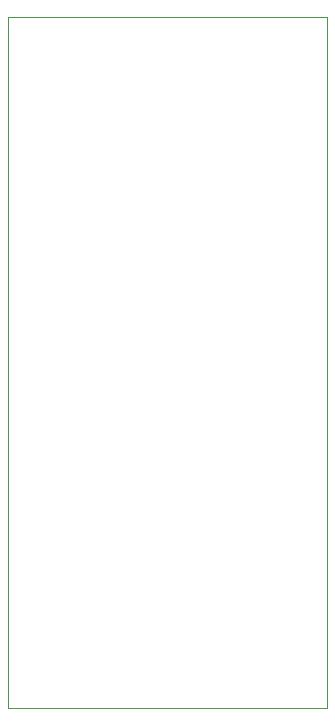
<source format=gm1>
G04 #@! TF.GenerationSoftware,KiCad,Pcbnew,8.0.1*
G04 #@! TF.CreationDate,2024-04-25T21:13:49-06:00*
G04 #@! TF.ProjectId,Small_PCB,536d616c-6c5f-4504-9342-2e6b69636164,rev?*
G04 #@! TF.SameCoordinates,Original*
G04 #@! TF.FileFunction,Profile,NP*
%FSLAX46Y46*%
G04 Gerber Fmt 4.6, Leading zero omitted, Abs format (unit mm)*
G04 Created by KiCad (PCBNEW 8.0.1) date 2024-04-25 21:13:49*
%MOMM*%
%LPD*%
G01*
G04 APERTURE LIST*
G04 #@! TA.AperFunction,Profile*
%ADD10C,0.050000*%
G04 #@! TD*
G04 APERTURE END LIST*
D10*
X90000000Y-66500000D02*
X117000000Y-66500000D01*
X117000000Y-125000000D01*
X90000000Y-125000000D01*
X90000000Y-66500000D01*
M02*

</source>
